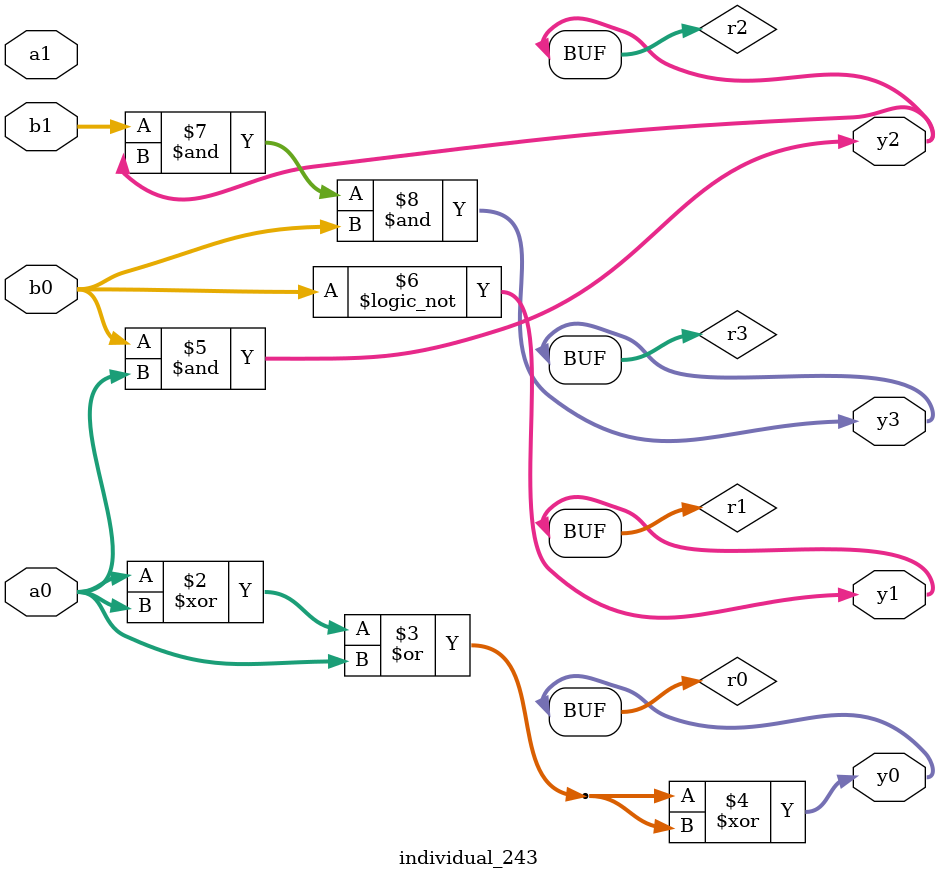
<source format=sv>
module individual_243(input logic [15:0] a1, input logic [15:0] a0, input logic [15:0] b1, input logic [15:0] b0, output logic [15:0] y3, output logic [15:0] y2, output logic [15:0] y1, output logic [15:0] y0);
logic [15:0] r0, r1, r2, r3; 
 always@(*) begin 
	 r0 = a0; r1 = a1; r2 = b0; r3 = b1; 
 	 r0  ^=  a0 ;
 	 r0  |=  a0 ;
 	 r0  ^=  r0 ;
 	 r2  &=  a0 ;
 	 r1 = ! b0 ;
 	 r3  &=  r2 ;
 	 r3  &=  b0 ;
 	 y3 = r3; y2 = r2; y1 = r1; y0 = r0; 
end
endmodule
</source>
